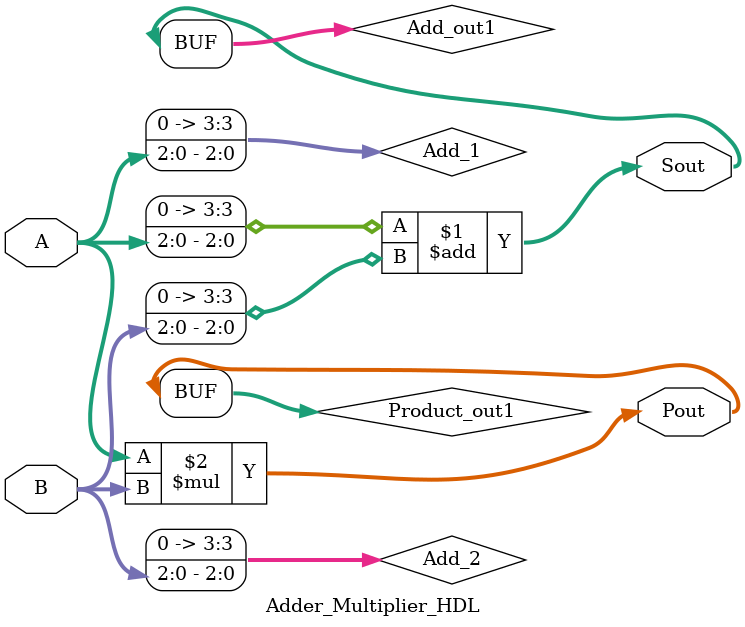
<source format=v>



`timescale 1 ns / 1 ns

module Adder_Multiplier_HDL
          (A,
           B,
           Sout,
           Pout);


  input   [2:0] A;  // ufix3
  input   [2:0] B;  // ufix3
  output  [3:0] Sout;  // ufix4
  output  [5:0] Pout;  // ufix6


  wire [3:0] Add_1;  // ufix4
  wire [3:0] Add_2;  // ufix4
  wire [3:0] Add_out1;  // ufix4
  wire [5:0] Product_out1;  // ufix6


  assign Add_1 = {1'b0, A};
  assign Add_2 = {1'b0, B};
  assign Add_out1 = Add_1 + Add_2;


  assign Sout = Add_out1;

  assign Product_out1 = A * B;


  assign Pout = Product_out1;

endmodule  // Adder_Multiplier_HDL


</source>
